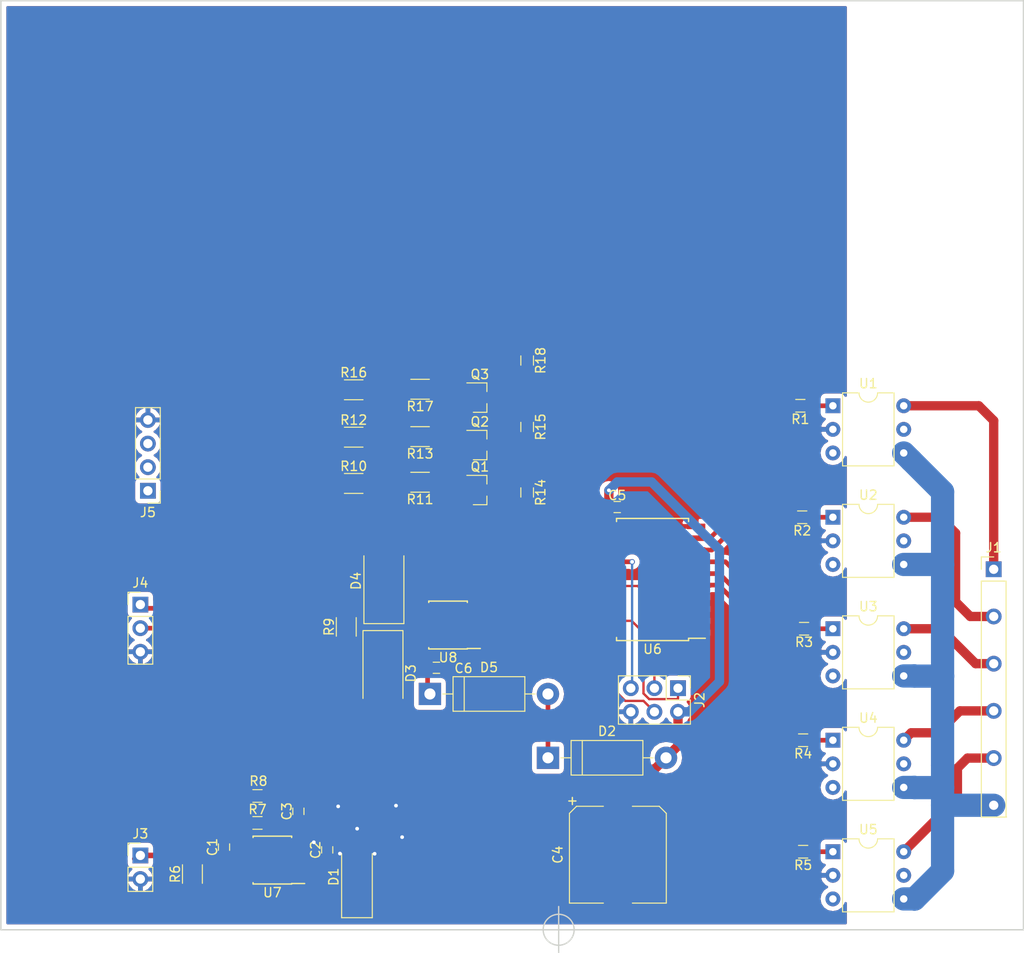
<source format=kicad_pcb>
(kicad_pcb (version 4) (host pcbnew 4.0.6)
  (layers (0 F.Cu signal) (31 B.Cu signal) (34 B.Paste user hide) (35 F.Paste user hide) (36 B.SilkS user) (37 F.SilkS user) (38 B.Mask user) (39 F.Mask user) (44 Edge.Cuts user))
  (net 0 "")
  (net 1 "Net-(U1-Pad5)")
  (net 2 "Net-(U1-Pad3)")
  (net 3 "Net-(U2-Pad5)")
  (net 4 "Net-(U2-Pad3)")
  (net 5 "Net-(U3-Pad5)")
  (net 6 "Net-(U3-Pad3)")
  (net 7 "Net-(U4-Pad5)")
  (net 8 "Net-(U4-Pad3)")
  (net 9 "Net-(U5-Pad5)")
  (net 10 "Net-(U5-Pad3)")
  (net 11 "Net-(R1-Pad1)")
  (net 12 "Net-(R2-Pad1)")
  (net 13 "Net-(R3-Pad1)")
  (net 14 "Net-(R4-Pad1)")
  (net 15 "Net-(R5-Pad1)")
  (net 16 GND)
  (net 17 +5V)
  (net 18 "Net-(U6-Pad3)")
  (net 19 "Net-(U6-Pad4)")
  (net 20 "Net-(U6-Pad12)")
  (net 21 "Net-(U6-Pad13)")
  (net 22 "/TRIAC outputs/AC_OUT1")
  (net 23 "/TRIAC outputs/AC_OUT2")
  (net 24 "/TRIAC outputs/AC_OUT3")
  (net 25 "/TRIAC outputs/AC_OUT4")
  (net 26 "/TRIAC outputs/AC_OUT5")
  (net 27 "/TRIAC outputs/NEUTRAL")
  (net 28 /Processor/RESET)
  (net 29 "/TRIAC outputs/IN1")
  (net 30 "/TRIAC outputs/IN2")
  (net 31 "/TRIAC outputs/IN3")
  (net 32 "/TRIAC outputs/IN4")
  (net 33 "/TRIAC outputs/IN5")
  (net 34 /Power/Vin)
  (net 35 "Net-(C2-Pad1)")
  (net 36 "Net-(D1-Pad1)")
  (net 37 "Net-(R6-Pad1)")
  (net 38 "Net-(R7-Pad1)")
  (net 39 "Net-(D2-Pad1)")
  (net 40 /RS485/RS485_B)
  (net 41 /RS485/RS485_A)
  (net 42 /RS485/DE)
  (net 43 /RS485/DO)
  (net 44 /Processor/UART0_TX)
  (net 45 /Processor/UART0_RX)
  (net 46 /RS485/DI)
  (net 47 "Net-(C6-Pad1)")
  (net 48 /Processor/IN_2)
  (net 49 "Net-(Q1-Pad1)")
  (net 50 /Processor/IN_1)
  (net 51 "Net-(Q2-Pad1)")
  (net 52 "Net-(Q3-Pad1)")
  (net 53 /Processor/IN_3)
  (net 54 /Input/IN_1)
  (net 55 /Input/IN_2)
  (net 56 /Input/IN_3)
  (module GateLight:SCD1005 (layer F.Cu) (at 100.4 131.27 180)
    (fp_text reference L1 hide)
    (fp_text value 100uH hide)
    (fp_poly (pts (xy 5.866756 1.243527) (xy 5.05201 2.849783) (xy 3.985651 3.994894) (xy 2.628104 4.708617) (xy 0.939792 5.020706) (xy 0.834791 5.026904) (xy -0.269545 5.043907) (xy -1.086942 4.924151) (xy -1.857127 4.623423) (xy -2.138948 4.47845) (xy -3.195648 3.707483) (xy -4.139505 2.656209) (xy -4.805177 1.521678) (xy -4.943304 1.136315) (xy -5.116035 0.534736) (xy 6.136238 0.534736) (xy 5.866756 1.243527)) (layer F.Cu) (width 0.01))
    (fp_poly (pts (xy 2.334136 -5.79911) (xy 3.672998 -5.143135) (xy 4.819059 -4.120014) (xy 5.686355 -2.726515) (xy 5.737825 -2.606843) (xy 6.156649 -1.604211) (xy -5.116035 -1.604211) (xy -4.933848 -2.20579) (xy -4.243435 -3.684853) (xy -3.230035 -4.816153) (xy -1.979614 -5.596459) (xy -0.578135 -6.022541) (xy 0.888436 -6.091168) (xy 2.334136 -5.79911)) (layer F.Cu) (width 0.01))
    (pad 1 smd circle (at 0 -3.81 180) (size 1.524 1.524) (layers F.Cu F.Paste F.Mask) (net 36 "Net-(D1-Pad1)"))
    (pad 2 smd circle (at 0 2.54 180) (size 1.524 1.524) (layers F.Cu F.Paste F.Mask) (net 17 +5V))
  )
  (module Capacitors_SMD:CP_Elec_10x10 (layer F.Cu) (at 116.37 131.92 270)
    (fp_text reference C4 (at 0 6.46 270) (layer F.SilkS))
    (fp_text value 1000uF)
    (fp_text user + (at -5.78 4.97 270) (layer F.SilkS))
    (pad 1 smd rect (at -4 0 90) (size 4 2.5) (layers F.Cu F.Paste F.Mask) (net 17 +5V))
    (pad 2 smd rect (at 4 0 90) (size 4 2.5) (layers F.Cu F.Paste F.Mask) (net 16 GND))
  )
  (module Diodes_SMD:D_SMA_Handsoldering (layer F.Cu) (at 88.3 134.3 90)
    (fp_text reference D1 (at 0 -2.5 90) (layer F.SilkS))
    (fp_text value SS16T3G)
    (pad 1 smd rect (at -2.5 0 90) (size 3.5 1.8) (layers F.Cu F.Paste F.Mask) (net 36 "Net-(D1-Pad1)"))
    (pad 2 smd rect (at 2.5 0 90) (size 3.5 1.8) (layers F.Cu F.Paste F.Mask) (net 16 GND))
  )
  (module Housings_SOIC:SOIC-20W_7.5x12.8mm_Pitch1.27mm (layer F.Cu) (at 120.1 102.3 180)
    (fp_text reference U6 (at 0 -7.5 180) (layer F.SilkS))
    (fp_text value ATTINY1634-SU)
    (pad 1 smd rect (at -4.7 -5.715 180) (size 1.95 0.6) (layers F.Cu F.Paste F.Mask) (net 44 /Processor/UART0_TX))
    (pad 2 smd rect (at -4.7 -4.445 180) (size 1.95 0.6) (layers F.Cu F.Paste F.Mask) (net 45 /Processor/UART0_RX))
    (pad 3 smd rect (at -4.7 -3.175 180) (size 1.95 0.6) (layers F.Cu F.Paste F.Mask) (net 18 "Net-(U6-Pad3)"))
    (pad 4 smd rect (at -4.7 -1.905 180) (size 1.95 0.6) (layers F.Cu F.Paste F.Mask) (net 19 "Net-(U6-Pad4)"))
    (pad 5 smd rect (at -4.7 -0.635 180) (size 1.95 0.6) (layers F.Cu F.Paste F.Mask) (net 33 "/TRIAC outputs/IN5"))
    (pad 6 smd rect (at -4.7 0.635 180) (size 1.95 0.6) (layers F.Cu F.Paste F.Mask) (net 32 "/TRIAC outputs/IN4"))
    (pad 7 smd rect (at -4.7 1.905 180) (size 1.95 0.6) (layers F.Cu F.Paste F.Mask) (net 31 "/TRIAC outputs/IN3"))
    (pad 8 smd rect (at -4.7 3.175 180) (size 1.95 0.6) (layers F.Cu F.Paste F.Mask) (net 30 "/TRIAC outputs/IN2"))
    (pad 9 smd rect (at -4.7 4.445 180) (size 1.95 0.6) (layers F.Cu F.Paste F.Mask) (net 29 "/TRIAC outputs/IN1"))
    (pad 10 smd rect (at -4.7 5.715 180) (size 1.95 0.6) (layers F.Cu F.Paste F.Mask) (net 16 GND))
    (pad 11 smd rect (at 4.7 5.715 180) (size 1.95 0.6) (layers F.Cu F.Paste F.Mask) (net 17 +5V))
    (pad 12 smd rect (at 4.7 4.445 180) (size 1.95 0.6) (layers F.Cu F.Paste F.Mask) (net 20 "Net-(U6-Pad12)"))
    (pad 13 smd rect (at 4.7 3.175 180) (size 1.95 0.6) (layers F.Cu F.Paste F.Mask) (net 21 "Net-(U6-Pad13)"))
    (pad 14 smd rect (at 4.7 1.905 180) (size 1.95 0.6) (layers F.Cu F.Paste F.Mask) (net 28 /Processor/RESET))
    (pad 15 smd rect (at 4.7 0.635 180) (size 1.95 0.6) (layers F.Cu F.Paste F.Mask) (net 53 /Processor/IN_3))
    (pad 16 smd rect (at 4.7 -0.635 180) (size 1.95 0.6) (layers F.Cu F.Paste F.Mask) (net 48 /Processor/IN_2))
    (pad 17 smd rect (at 4.7 -1.905 180) (size 1.95 0.6) (layers F.Cu F.Paste F.Mask) (net 50 /Processor/IN_1))
    (pad 18 smd rect (at 4.7 -3.175 180) (size 1.95 0.6) (layers F.Cu F.Paste F.Mask) (net 42 /RS485/DE))
    (pad 19 smd rect (at 4.7 -4.445 180) (size 1.95 0.6) (layers F.Cu F.Paste F.Mask) (net 46 /RS485/DI))
    (pad 20 smd rect (at 4.7 -5.715 180) (size 1.95 0.6) (layers F.Cu F.Paste F.Mask) (net 43 /RS485/DO))
  )
  (module Pin_Headers:Pin_Header_Straight_2x03_Pitch2.54mm (layer F.Cu) (at 122.84 114 270)
    (fp_text reference J2 (at 1.27 -2.33 270) (layer F.SilkS))
    (fp_text value CONN_02X03)
    (pad 1 thru_hole rect (at 0 0 270) (size 1.7 1.7) (drill 1) (layers *.Cu *.Mask) (net 46 /RS485/DI))
    (pad 2 thru_hole oval (at 2.54 0 270) (size 1.7 1.7) (drill 1) (layers *.Cu *.Mask) (net 17 +5V))
    (pad 3 thru_hole oval (at 0 2.54 270) (size 1.7 1.7) (drill 1) (layers *.Cu *.Mask) (net 48 /Processor/IN_2))
    (pad 4 thru_hole oval (at 2.54 2.54 270) (size 1.7 1.7) (drill 1) (layers *.Cu *.Mask) (net 43 /RS485/DO))
    (pad 5 thru_hole oval (at 0 5.08 270) (size 1.7 1.7) (drill 1) (layers *.Cu *.Mask) (net 28 /Processor/RESET))
    (pad 6 thru_hole oval (at 2.54 5.08 270) (size 1.7 1.7) (drill 1) (layers *.Cu *.Mask) (net 16 GND))
  )
  (module GateLight:Pin_Header_Straight_1x6_Pitch5.08mm (layer F.Cu) (at 156.8 101.2)
    (fp_text reference J1 (at 0 -2.33) (layer F.SilkS))
    (fp_text value CONN_01X06)
    (pad 1 thru_hole rect (at 0 0) (size 1.7 1.7) (drill 1) (layers *.Cu *.Mask) (net 22 "/TRIAC outputs/AC_OUT1"))
    (pad 2 thru_hole oval (at 0 5.08) (size 1.7 1.7) (drill 1) (layers *.Cu *.Mask) (net 23 "/TRIAC outputs/AC_OUT2"))
    (pad 3 thru_hole oval (at 0 10.16) (size 1.7 1.7) (drill 1) (layers *.Cu *.Mask) (net 24 "/TRIAC outputs/AC_OUT3"))
    (pad 4 thru_hole oval (at 0 15.24) (size 1.7 1.7) (drill 1) (layers *.Cu *.Mask) (net 25 "/TRIAC outputs/AC_OUT4"))
    (pad 5 thru_hole oval (at 0 20.32) (size 1.7 1.7) (drill 1) (layers *.Cu *.Mask) (net 26 "/TRIAC outputs/AC_OUT5"))
    (pad 6 thru_hole oval (at 0 25.4) (size 1.7 1.7) (drill 1) (layers *.Cu *.Mask) (net 27 "/TRIAC outputs/NEUTRAL"))
  )
  (module Housings_DIP:DIP-6_W7.62mm (layer F.Cu) (at 139.5 83.6)
    (fp_text reference U1 (at 3.81 -2.39) (layer F.SilkS))
    (fp_text value "OPTO-TRIAC MOC302x")
    (pad 1 thru_hole rect (at 0 0) (size 1.6 1.6) (drill 0.8) (layers *.Cu *.Mask) (net 11 "Net-(R1-Pad1)"))
    (pad 4 thru_hole oval (at 7.62 5.08) (size 1.6 1.6) (drill 0.8) (layers *.Cu *.Mask) (net 27 "/TRIAC outputs/NEUTRAL"))
    (pad 2 thru_hole oval (at 0 2.54) (size 1.6 1.6) (drill 0.8) (layers *.Cu *.Mask) (net 16 GND))
    (pad 5 thru_hole oval (at 7.62 2.54) (size 1.6 1.6) (drill 0.8) (layers *.Cu *.Mask) (net 1 "Net-(U1-Pad5)"))
    (pad 3 thru_hole oval (at 0 5.08) (size 1.6 1.6) (drill 0.8) (layers *.Cu *.Mask) (net 2 "Net-(U1-Pad3)"))
    (pad 6 thru_hole oval (at 7.62 0) (size 1.6 1.6) (drill 0.8) (layers *.Cu *.Mask) (net 22 "/TRIAC outputs/AC_OUT1"))
  )
  (module Housings_DIP:DIP-6_W7.62mm (layer F.Cu) (at 139.5 95.6)
    (fp_text reference U2 (at 3.81 -2.39) (layer F.SilkS))
    (fp_text value "OPTO-TRIAC MOC302x")
    (pad 1 thru_hole rect (at 0 0) (size 1.6 1.6) (drill 0.8) (layers *.Cu *.Mask) (net 12 "Net-(R2-Pad1)"))
    (pad 4 thru_hole oval (at 7.62 5.08) (size 1.6 1.6) (drill 0.8) (layers *.Cu *.Mask) (net 27 "/TRIAC outputs/NEUTRAL"))
    (pad 2 thru_hole oval (at 0 2.54) (size 1.6 1.6) (drill 0.8) (layers *.Cu *.Mask) (net 16 GND))
    (pad 5 thru_hole oval (at 7.62 2.54) (size 1.6 1.6) (drill 0.8) (layers *.Cu *.Mask) (net 3 "Net-(U2-Pad5)"))
    (pad 3 thru_hole oval (at 0 5.08) (size 1.6 1.6) (drill 0.8) (layers *.Cu *.Mask) (net 4 "Net-(U2-Pad3)"))
    (pad 6 thru_hole oval (at 7.62 0) (size 1.6 1.6) (drill 0.8) (layers *.Cu *.Mask) (net 23 "/TRIAC outputs/AC_OUT2"))
  )
  (module Housings_DIP:DIP-6_W7.62mm (layer F.Cu) (at 139.5 107.6)
    (fp_text reference U3 (at 3.81 -2.39) (layer F.SilkS))
    (fp_text value "OPTO-TRIAC MOC302x")
    (pad 1 thru_hole rect (at 0 0) (size 1.6 1.6) (drill 0.8) (layers *.Cu *.Mask) (net 13 "Net-(R3-Pad1)"))
    (pad 4 thru_hole oval (at 7.62 5.08) (size 1.6 1.6) (drill 0.8) (layers *.Cu *.Mask) (net 27 "/TRIAC outputs/NEUTRAL"))
    (pad 2 thru_hole oval (at 0 2.54) (size 1.6 1.6) (drill 0.8) (layers *.Cu *.Mask) (net 16 GND))
    (pad 5 thru_hole oval (at 7.62 2.54) (size 1.6 1.6) (drill 0.8) (layers *.Cu *.Mask) (net 5 "Net-(U3-Pad5)"))
    (pad 3 thru_hole oval (at 0 5.08) (size 1.6 1.6) (drill 0.8) (layers *.Cu *.Mask) (net 6 "Net-(U3-Pad3)"))
    (pad 6 thru_hole oval (at 7.62 0) (size 1.6 1.6) (drill 0.8) (layers *.Cu *.Mask) (net 24 "/TRIAC outputs/AC_OUT3"))
  )
  (module Housings_DIP:DIP-6_W7.62mm (layer F.Cu) (at 139.5 119.6)
    (fp_text reference U4 (at 3.81 -2.39) (layer F.SilkS))
    (fp_text value "OPTO-TRIAC MOC302x")
    (pad 1 thru_hole rect (at 0 0) (size 1.6 1.6) (drill 0.8) (layers *.Cu *.Mask) (net 14 "Net-(R4-Pad1)"))
    (pad 4 thru_hole oval (at 7.62 5.08) (size 1.6 1.6) (drill 0.8) (layers *.Cu *.Mask) (net 27 "/TRIAC outputs/NEUTRAL"))
    (pad 2 thru_hole oval (at 0 2.54) (size 1.6 1.6) (drill 0.8) (layers *.Cu *.Mask) (net 16 GND))
    (pad 5 thru_hole oval (at 7.62 2.54) (size 1.6 1.6) (drill 0.8) (layers *.Cu *.Mask) (net 7 "Net-(U4-Pad5)"))
    (pad 3 thru_hole oval (at 0 5.08) (size 1.6 1.6) (drill 0.8) (layers *.Cu *.Mask) (net 8 "Net-(U4-Pad3)"))
    (pad 6 thru_hole oval (at 7.62 0) (size 1.6 1.6) (drill 0.8) (layers *.Cu *.Mask) (net 25 "/TRIAC outputs/AC_OUT4"))
  )
  (module Housings_DIP:DIP-6_W7.62mm (layer F.Cu) (at 139.5 131.6)
    (fp_text reference U5 (at 3.81 -2.39) (layer F.SilkS))
    (fp_text value "OPTO-TRIAC MOC302x")
    (pad 1 thru_hole rect (at 0 0) (size 1.6 1.6) (drill 0.8) (layers *.Cu *.Mask) (net 15 "Net-(R5-Pad1)"))
    (pad 4 thru_hole oval (at 7.62 5.08) (size 1.6 1.6) (drill 0.8) (layers *.Cu *.Mask) (net 27 "/TRIAC outputs/NEUTRAL"))
    (pad 2 thru_hole oval (at 0 2.54) (size 1.6 1.6) (drill 0.8) (layers *.Cu *.Mask) (net 16 GND))
    (pad 5 thru_hole oval (at 7.62 2.54) (size 1.6 1.6) (drill 0.8) (layers *.Cu *.Mask) (net 9 "Net-(U5-Pad5)"))
    (pad 3 thru_hole oval (at 0 5.08) (size 1.6 1.6) (drill 0.8) (layers *.Cu *.Mask) (net 10 "Net-(U5-Pad3)"))
    (pad 6 thru_hole oval (at 7.62 0) (size 1.6 1.6) (drill 0.8) (layers *.Cu *.Mask) (net 26 "/TRIAC outputs/AC_OUT5"))
  )
  (module Resistors_SMD:R_0603_HandSoldering (layer F.Cu) (at 136 83.6 180)
    (fp_text reference R1 (at 0 -1.45 180) (layer F.SilkS))
    (fp_text value 330R)
    (pad 1 smd rect (at -1.1 0 180) (size 1.2 0.9) (layers F.Cu F.Paste F.Mask) (net 11 "Net-(R1-Pad1)"))
    (pad 2 smd rect (at 1.1 0 180) (size 1.2 0.9) (layers F.Cu F.Paste F.Mask) (net 29 "/TRIAC outputs/IN1"))
  )
  (module Resistors_SMD:R_0603_HandSoldering (layer F.Cu) (at 136.2 95.6 180)
    (fp_text reference R2 (at 0 -1.45 180) (layer F.SilkS))
    (fp_text value 330R)
    (pad 1 smd rect (at -1.1 0 180) (size 1.2 0.9) (layers F.Cu F.Paste F.Mask) (net 12 "Net-(R2-Pad1)"))
    (pad 2 smd rect (at 1.1 0 180) (size 1.2 0.9) (layers F.Cu F.Paste F.Mask) (net 30 "/TRIAC outputs/IN2"))
  )
  (module Resistors_SMD:R_0603_HandSoldering (layer F.Cu) (at 136.4 107.6 180)
    (fp_text reference R3 (at 0 -1.45 180) (layer F.SilkS))
    (fp_text value 330R)
    (pad 1 smd rect (at -1.1 0 180) (size 1.2 0.9) (layers F.Cu F.Paste F.Mask) (net 13 "Net-(R3-Pad1)"))
    (pad 2 smd rect (at 1.1 0 180) (size 1.2 0.9) (layers F.Cu F.Paste F.Mask) (net 31 "/TRIAC outputs/IN3"))
  )
  (module Resistors_SMD:R_0603_HandSoldering (layer F.Cu) (at 136.3 119.6 180)
    (fp_text reference R4 (at 0 -1.45 180) (layer F.SilkS))
    (fp_text value 330R)
    (pad 1 smd rect (at -1.1 0 180) (size 1.2 0.9) (layers F.Cu F.Paste F.Mask) (net 14 "Net-(R4-Pad1)"))
    (pad 2 smd rect (at 1.1 0 180) (size 1.2 0.9) (layers F.Cu F.Paste F.Mask) (net 32 "/TRIAC outputs/IN4"))
  )
  (module Resistors_SMD:R_0603_HandSoldering (layer F.Cu) (at 136.3 131.6 180)
    (fp_text reference R5 (at 0 -1.45 180) (layer F.SilkS))
    (fp_text value 330R)
    (pad 1 smd rect (at -1.1 0 180) (size 1.2 0.9) (layers F.Cu F.Paste F.Mask) (net 15 "Net-(R5-Pad1)"))
    (pad 2 smd rect (at 1.1 0 180) (size 1.2 0.9) (layers F.Cu F.Paste F.Mask) (net 33 "/TRIAC outputs/IN5"))
  )
  (module Capacitors_SMD:C_0603_HandSoldering (layer F.Cu) (at 74 131.1 90)
    (fp_text reference C1 (at 0 -1.25 90) (layer F.SilkS))
    (fp_text value 100nF)
    (pad 1 smd rect (at -0.95 0 90) (size 1.2 0.75) (layers F.Cu F.Paste F.Mask) (net 34 /Power/Vin))
    (pad 2 smd rect (at 0.95 0 90) (size 1.2 0.75) (layers F.Cu F.Paste F.Mask) (net 16 GND))
  )
  (module Capacitors_SMD:C_0603_HandSoldering (layer F.Cu) (at 85.1 131.4 90)
    (fp_text reference C2 (at 0 -1.25 90) (layer F.SilkS))
    (fp_text value 1nF)
    (pad 1 smd rect (at -0.95 0 90) (size 1.2 0.75) (layers F.Cu F.Paste F.Mask) (net 35 "Net-(C2-Pad1)"))
    (pad 2 smd rect (at 0.95 0 90) (size 1.2 0.75) (layers F.Cu F.Paste F.Mask) (net 16 GND))
  )
  (module Capacitors_SMD:C_0603_HandSoldering (layer F.Cu) (at 82 127.25 90)
    (fp_text reference C3 (at 0 -1.25 90) (layer F.SilkS))
    (fp_text value 100nF)
    (pad 1 smd rect (at -0.95 0 90) (size 1.2 0.75) (layers F.Cu F.Paste F.Mask) (net 17 +5V))
    (pad 2 smd rect (at 0.95 0 90) (size 1.2 0.75) (layers F.Cu F.Paste F.Mask) (net 16 GND))
  )
  (module Pin_Headers:Pin_Header_Straight_1x02_Pitch2.54mm (layer F.Cu) (at 65 132)
    (fp_text reference J3 (at 0 -2.33) (layer F.SilkS))
    (fp_text value CONN_01X02)
    (pad 1 thru_hole rect (at 0 0) (size 1.7 1.7) (drill 1) (layers *.Cu *.Mask) (net 34 /Power/Vin))
    (pad 2 thru_hole oval (at 0 2.54) (size 1.7 1.7) (drill 1) (layers *.Cu *.Mask) (net 16 GND))
  )
  (module Resistors_SMD:R_1206_HandSoldering (layer F.Cu) (at 70.6 134 90)
    (fp_text reference R6 (at 0 -1.85 90) (layer F.SilkS))
    (fp_text value 0.33R)
    (pad 1 smd rect (at -2 0 90) (size 2 1.7) (layers F.Cu F.Paste F.Mask) (net 37 "Net-(R6-Pad1)"))
    (pad 2 smd rect (at 2 0 90) (size 2 1.7) (layers F.Cu F.Paste F.Mask) (net 34 /Power/Vin))
  )
  (module Resistors_SMD:R_0603_HandSoldering (layer F.Cu) (at 77.6 128.5)
    (fp_text reference R7 (at 0 -1.45) (layer F.SilkS))
    (fp_text value 10K)
    (pad 1 smd rect (at -1.1 0) (size 1.2 0.9) (layers F.Cu F.Paste F.Mask) (net 38 "Net-(R7-Pad1)"))
    (pad 2 smd rect (at 1.1 0) (size 1.2 0.9) (layers F.Cu F.Paste F.Mask) (net 17 +5V))
  )
  (module Resistors_SMD:R_0603_HandSoldering (layer F.Cu) (at 77.6 125.6 180)
    (fp_text reference R8 (at -0.1 1.6 180) (layer F.SilkS))
    (fp_text value 3K)
    (pad 1 smd rect (at -1.1 0 180) (size 1.2 0.9) (layers F.Cu F.Paste F.Mask) (net 16 GND))
    (pad 2 smd rect (at 1.1 0 180) (size 1.2 0.9) (layers F.Cu F.Paste F.Mask) (net 38 "Net-(R7-Pad1)"))
  )
  (module Housings_SOIC:SOIC-8_3.9x4.9mm_Pitch1.27mm (layer F.Cu) (at 79.2 132.5 180)
    (fp_text reference U7 (at 0 -3.5 180) (layer F.SilkS))
    (fp_text value MC33063A)
    (pad 1 smd rect (at -2.7 -1.905 180) (size 1.55 0.6) (layers F.Cu F.Paste F.Mask) (net 37 "Net-(R6-Pad1)"))
    (pad 2 smd rect (at -2.7 -0.635 180) (size 1.55 0.6) (layers F.Cu F.Paste F.Mask) (net 36 "Net-(D1-Pad1)"))
    (pad 3 smd rect (at -2.7 0.635 180) (size 1.55 0.6) (layers F.Cu F.Paste F.Mask) (net 35 "Net-(C2-Pad1)"))
    (pad 4 smd rect (at -2.7 1.905 180) (size 1.55 0.6) (layers F.Cu F.Paste F.Mask) (net 16 GND))
    (pad 5 smd rect (at 2.7 1.905 180) (size 1.55 0.6) (layers F.Cu F.Paste F.Mask) (net 38 "Net-(R7-Pad1)"))
    (pad 6 smd rect (at 2.7 0.635 180) (size 1.55 0.6) (layers F.Cu F.Paste F.Mask) (net 34 /Power/Vin))
    (pad 7 smd rect (at 2.7 -0.635 180) (size 1.55 0.6) (layers F.Cu F.Paste F.Mask) (net 37 "Net-(R6-Pad1)"))
    (pad 8 smd rect (at 2.7 -1.905 180) (size 1.55 0.6) (layers F.Cu F.Paste F.Mask) (net 37 "Net-(R6-Pad1)"))
  )
  (module Capacitors_SMD:C_0603_HandSoldering (layer F.Cu) (at 116.3 94.5)
    (fp_text reference C5 (at 0 -1.25) (layer F.SilkS))
    (fp_text value 100nF)
    (pad 1 smd rect (at -0.95 0) (size 1.2 0.75) (layers F.Cu F.Paste F.Mask) (net 17 +5V))
    (pad 2 smd rect (at 0.95 0) (size 1.2 0.75) (layers F.Cu F.Paste F.Mask) (net 16 GND))
  )
  (module Diodes_THT:D_DO-15_P12.70mm_Horizontal (layer F.Cu) (at 108.85 121.49)
    (fp_text reference D2 (at 6.35 -2.86) (layer F.SilkS))
    (fp_text value 2N4001)
    (pad 1 thru_hole rect (at 0 0) (size 2.4 2.4) (drill 1.2) (layers *.Cu *.Mask) (net 39 "Net-(D2-Pad1)"))
    (pad 2 thru_hole oval (at 12.7 0) (size 2.4 2.4) (drill 1.2) (layers *.Cu *.Mask) (net 17 +5V))
  )
  (module Diodes_SMD:D_SMB_Handsoldering (layer F.Cu) (at 91.1 112.4 270)
    (fp_text reference D3 (at 0 -3 270) (layer F.SilkS))
    (fp_text value SMBJ5.0)
    (pad 1 smd rect (at -2.7 0 270) (size 3.5 2.3) (layers F.Cu F.Paste F.Mask) (net 40 /RS485/RS485_B))
    (pad 2 smd rect (at 2.7 0 270) (size 3.5 2.3) (layers F.Cu F.Paste F.Mask) (net 16 GND))
  )
  (module Diodes_SMD:D_SMB_Handsoldering (layer F.Cu) (at 91.2 102.45 90)
    (fp_text reference D4 (at 0 -3 90) (layer F.SilkS))
    (fp_text value SMBJ5.0)
    (pad 1 smd rect (at -2.7 0 90) (size 3.5 2.3) (layers F.Cu F.Paste F.Mask) (net 41 /RS485/RS485_A))
    (pad 2 smd rect (at 2.7 0 90) (size 3.5 2.3) (layers F.Cu F.Paste F.Mask) (net 16 GND))
  )
  (module Diodes_THT:D_DO-15_P12.70mm_Horizontal (layer F.Cu) (at 96.15 114.62)
    (fp_text reference D5 (at 6.35 -2.86) (layer F.SilkS))
    (fp_text value 2N4001)
    (pad 1 thru_hole rect (at 0 0) (size 2.4 2.4) (drill 1.2) (layers *.Cu *.Mask) (net 47 "Net-(C6-Pad1)"))
    (pad 2 thru_hole oval (at 12.7 0) (size 2.4 2.4) (drill 1.2) (layers *.Cu *.Mask) (net 39 "Net-(D2-Pad1)"))
  )
  (module Housings_SOIC:SOIC-8_3.9x4.9mm_Pitch1.27mm (layer F.Cu) (at 98.1 107.2 180)
    (fp_text reference U8 (at 0 -3.5 180) (layer F.SilkS))
    (fp_text value SP3485CN)
    (pad 1 smd rect (at -2.7 -1.905 180) (size 1.55 0.6) (layers F.Cu F.Paste F.Mask) (net 43 /RS485/DO))
    (pad 2 smd rect (at -2.7 -0.635 180) (size 1.55 0.6) (layers F.Cu F.Paste F.Mask) (net 42 /RS485/DE))
    (pad 3 smd rect (at -2.7 0.635 180) (size 1.55 0.6) (layers F.Cu F.Paste F.Mask) (net 42 /RS485/DE))
    (pad 4 smd rect (at -2.7 1.905 180) (size 1.55 0.6) (layers F.Cu F.Paste F.Mask) (net 46 /RS485/DI))
    (pad 5 smd rect (at 2.7 1.905 180) (size 1.55 0.6) (layers F.Cu F.Paste F.Mask) (net 16 GND))
    (pad 6 smd rect (at 2.7 0.635 180) (size 1.55 0.6) (layers F.Cu F.Paste F.Mask) (net 41 /RS485/RS485_A))
    (pad 7 smd rect (at 2.7 -0.635 180) (size 1.55 0.6) (layers F.Cu F.Paste F.Mask) (net 40 /RS485/RS485_B))
    (pad 8 smd rect (at 2.7 -1.905 180) (size 1.55 0.6) (layers F.Cu F.Paste F.Mask) (net 47 "Net-(C6-Pad1)"))
  )
  (module Pin_Headers:Pin_Header_Straight_1x03_Pitch2.54mm (layer F.Cu) (at 65 105)
    (fp_text reference J4 (at 0 -2.33) (layer F.SilkS))
    (fp_text value CONN_01X03)
    (pad 1 thru_hole rect (at 0 0) (size 1.7 1.7) (drill 1) (layers *.Cu *.Mask) (net 41 /RS485/RS485_A))
    (pad 2 thru_hole oval (at 0 2.54) (size 1.7 1.7) (drill 1) (layers *.Cu *.Mask) (net 40 /RS485/RS485_B))
    (pad 3 thru_hole oval (at 0 5.08) (size 1.7 1.7) (drill 1) (layers *.Cu *.Mask) (net 16 GND))
  )
  (module Capacitors_SMD:C_0603_HandSoldering (layer F.Cu) (at 96.85 111.8)
    (fp_text reference C6 (at 2.91 0.06) (layer F.SilkS))
    (fp_text value 100nF)
    (pad 1 smd rect (at -0.95 0) (size 1.2 0.75) (layers F.Cu F.Paste F.Mask) (net 47 "Net-(C6-Pad1)"))
    (pad 2 smd rect (at 0.95 0) (size 1.2 0.75) (layers F.Cu F.Paste F.Mask) (net 16 GND))
  )
  (module TO_SOT_Packages_SMD:SOT-23 (layer F.Cu) (at 101.52 92.67)
    (fp_text reference Q1 (at 0 -2.5) (layer F.SilkS))
    (fp_text value 2N7002)
    (pad 1 smd rect (at -1 -0.95) (size 0.9 0.8) (layers F.Cu F.Paste F.Mask) (net 49 "Net-(Q1-Pad1)"))
    (pad 2 smd rect (at -1 0.95) (size 0.9 0.8) (layers F.Cu F.Paste F.Mask) (net 16 GND))
    (pad 3 smd rect (at 1 0) (size 0.9 0.8) (layers F.Cu F.Paste F.Mask) (net 50 /Processor/IN_1))
  )
  (module TO_SOT_Packages_SMD:SOT-23 (layer F.Cu) (at 101.52 87.83)
    (fp_text reference Q2 (at 0 -2.5) (layer F.SilkS))
    (fp_text value 2N7002)
    (pad 1 smd rect (at -1 -0.95) (size 0.9 0.8) (layers F.Cu F.Paste F.Mask) (net 51 "Net-(Q2-Pad1)"))
    (pad 2 smd rect (at -1 0.95) (size 0.9 0.8) (layers F.Cu F.Paste F.Mask) (net 16 GND))
    (pad 3 smd rect (at 1 0) (size 0.9 0.8) (layers F.Cu F.Paste F.Mask) (net 48 /Processor/IN_2))
  )
  (module TO_SOT_Packages_SMD:SOT-23 (layer F.Cu) (at 101.52 82.72)
    (fp_text reference Q3 (at 0 -2.5) (layer F.SilkS))
    (fp_text value 2N7002)
    (pad 1 smd rect (at -1 -0.95) (size 0.9 0.8) (layers F.Cu F.Paste F.Mask) (net 52 "Net-(Q3-Pad1)"))
    (pad 2 smd rect (at -1 0.95) (size 0.9 0.8) (layers F.Cu F.Paste F.Mask) (net 16 GND))
    (pad 3 smd rect (at 1 0) (size 0.9 0.8) (layers F.Cu F.Paste F.Mask) (net 53 /Processor/IN_3))
  )
  (module Pin_Headers:Pin_Header_Straight_1x04_Pitch2.54mm (layer F.Cu) (at 65.81 92.75 180)
    (fp_text reference J5 (at 0 -2.33 180) (layer F.SilkS))
    (fp_text value CONN_01X04)
    (pad 1 thru_hole rect (at 0 0 180) (size 1.7 1.7) (drill 1) (layers *.Cu *.Mask) (net 54 /Input/IN_1))
    (pad 2 thru_hole oval (at 0 2.54 180) (size 1.7 1.7) (drill 1) (layers *.Cu *.Mask) (net 55 /Input/IN_2))
    (pad 3 thru_hole oval (at 0 5.08 180) (size 1.7 1.7) (drill 1) (layers *.Cu *.Mask) (net 56 /Input/IN_3))
    (pad 4 thru_hole oval (at 0 7.62 180) (size 1.7 1.7) (drill 1) (layers *.Cu *.Mask) (net 16 GND))
  )
  (module Resistors_SMD:R_1206_HandSoldering (layer F.Cu) (at 87.15 107.4 90)
    (fp_text reference R9 (at 0 -1.85 90) (layer F.SilkS))
    (fp_text value 240R)
    (pad 1 smd rect (at -2 0 90) (size 2 1.7) (layers F.Cu F.Paste F.Mask) (net 40 /RS485/RS485_B))
    (pad 2 smd rect (at 2 0 90) (size 2 1.7) (layers F.Cu F.Paste F.Mask) (net 41 /RS485/RS485_A))
  )
  (module Resistors_SMD:R_1206_HandSoldering (layer F.Cu) (at 87.95 91.96)
    (fp_text reference R10 (at 0 -1.85) (layer F.SilkS))
    (fp_text value 27K)
    (pad 1 smd rect (at -2 0) (size 2 1.7) (layers F.Cu F.Paste F.Mask) (net 54 /Input/IN_1))
    (pad 2 smd rect (at 2 0) (size 2 1.7) (layers F.Cu F.Paste F.Mask) (net 49 "Net-(Q1-Pad1)"))
  )
  (module Resistors_SMD:R_1206_HandSoldering (layer F.Cu) (at 95.09 91.83 180)
    (fp_text reference R11 (at 0 -1.85 180) (layer F.SilkS))
    (fp_text value 10K)
    (pad 1 smd rect (at -2 0 180) (size 2 1.7) (layers F.Cu F.Paste F.Mask) (net 49 "Net-(Q1-Pad1)"))
    (pad 2 smd rect (at 2 0 180) (size 2 1.7) (layers F.Cu F.Paste F.Mask) (net 16 GND))
  )
  (module Resistors_SMD:R_1206_HandSoldering (layer F.Cu) (at 87.95 86.98)
    (fp_text reference R12 (at 0 -1.85) (layer F.SilkS))
    (fp_text value 27K)
    (pad 1 smd rect (at -2 0) (size 2 1.7) (layers F.Cu F.Paste F.Mask) (net 55 /Input/IN_2))
    (pad 2 smd rect (at 2 0) (size 2 1.7) (layers F.Cu F.Paste F.Mask) (net 51 "Net-(Q2-Pad1)"))
  )
  (module Resistors_SMD:R_1206_HandSoldering (layer F.Cu) (at 95.09 86.92 180)
    (fp_text reference R13 (at 0 -1.85 180) (layer F.SilkS))
    (fp_text value 10K)
    (pad 1 smd rect (at -2 0 180) (size 2 1.7) (layers F.Cu F.Paste F.Mask) (net 51 "Net-(Q2-Pad1)"))
    (pad 2 smd rect (at 2 0 180) (size 2 1.7) (layers F.Cu F.Paste F.Mask) (net 16 GND))
  )
  (module Resistors_SMD:R_0603_HandSoldering (layer F.Cu) (at 106.61 92.93 270)
    (fp_text reference R14 (at 0 -1.45 270) (layer F.SilkS))
    (fp_text value 10K)
    (pad 1 smd rect (at -1.1 0 270) (size 1.2 0.9) (layers F.Cu F.Paste F.Mask) (net 17 +5V))
    (pad 2 smd rect (at 1.1 0 270) (size 1.2 0.9) (layers F.Cu F.Paste F.Mask) (net 50 /Processor/IN_1))
  )
  (module Resistors_SMD:R_0603_HandSoldering (layer F.Cu) (at 106.61 85.88 270)
    (fp_text reference R15 (at 0 -1.45 270) (layer F.SilkS))
    (fp_text value 10K)
    (pad 1 smd rect (at -1.1 0 270) (size 1.2 0.9) (layers F.Cu F.Paste F.Mask) (net 17 +5V))
    (pad 2 smd rect (at 1.1 0 270) (size 1.2 0.9) (layers F.Cu F.Paste F.Mask) (net 48 /Processor/IN_2))
  )
  (module Resistors_SMD:R_1206_HandSoldering (layer F.Cu) (at 87.95 81.88)
    (fp_text reference R16 (at 0 -1.85) (layer F.SilkS))
    (fp_text value 27K)
    (pad 1 smd rect (at -2 0) (size 2 1.7) (layers F.Cu F.Paste F.Mask) (net 56 /Input/IN_3))
    (pad 2 smd rect (at 2 0) (size 2 1.7) (layers F.Cu F.Paste F.Mask) (net 52 "Net-(Q3-Pad1)"))
  )
  (module Resistors_SMD:R_1206_HandSoldering (layer F.Cu) (at 95.09 81.82 180)
    (fp_text reference R17 (at 0 -1.85 180) (layer F.SilkS))
    (fp_text value 10K)
    (pad 1 smd rect (at -2 0 180) (size 2 1.7) (layers F.Cu F.Paste F.Mask) (net 52 "Net-(Q3-Pad1)"))
    (pad 2 smd rect (at 2 0 180) (size 2 1.7) (layers F.Cu F.Paste F.Mask) (net 16 GND))
  )
  (module Resistors_SMD:R_0603_HandSoldering (layer F.Cu) (at 106.61 78.73 270)
    (fp_text reference R18 (at 0 -1.45 270) (layer F.SilkS))
    (fp_text value 10K)
    (pad 1 smd rect (at -1.1 0 270) (size 1.2 0.9) (layers F.Cu F.Paste F.Mask) (net 17 +5V))
    (pad 2 smd rect (at 1.1 0 270) (size 1.2 0.9) (layers F.Cu F.Paste F.Mask) (net 53 /Processor/IN_3))
  )
  (target plus (at 110 140) (size 5) (width 0.15) (layer Edge.Cuts))
  (gr_line (start 50 40) (end 50 140) (layer Edge.Cuts) (width 0.15))
  (gr_line (start 160 40) (end 50 40) (layer Edge.Cuts) (width 0.15))
  (gr_line (start 160 140) (end 160 40) (layer Edge.Cuts) (width 0.15))
  (gr_line (start 50 140) (end 160 140) (layer Edge.Cuts) (width 0.15))
  (segment (start 137.1 83.6) (end 139.5 83.6) (width 0.5) (layer F.Cu) (net 11))
  (segment (start 137.3 95.6) (end 139.5 95.6) (width 0.5) (layer F.Cu) (net 12))
  (segment (start 137.5 107.6) (end 139.5 107.6) (width 0.5) (layer F.Cu) (net 13))
  (segment (start 137.4 119.6) (end 139.5 119.6) (width 0.5) (layer F.Cu) (net 14))
  (segment (start 137.4 131.6) (end 139.5 131.6) (width 0.5) (layer F.Cu) (net 15))
  (segment (start 90.16 129.12) (end 90.16 130.03) (width 0.25) (layer B.Cu) (net 16))
  (segment (start 90.16 130.03) (end 90.16 131.78) (width 0.25) (layer B.Cu) (net 16))
  (segment (start 91.47 130.03) (end 90.16 130.03) (width 0.25) (layer B.Cu) (net 16))
  (segment (start 91.47 130.03) (end 93.16 130.03) (width 0.25) (layer B.Cu) (net 16))
  (via (at 93.16 130.03) (size 0.6) (drill 0.4) (layers F.Cu B.Cu) (net 16))
  (segment (start 86.28 126.72) (end 83.66 129.34) (width 0.25) (layer F.Cu) (net 16))
  (segment (start 83.66 129.34) (end 83.66 130.58) (width 0.25) (layer F.Cu) (net 16))
  (via (at 83.66 130.58) (size 0.6) (drill 0.4) (layers F.Cu B.Cu) (net 16))
  (segment (start 92.055736 126.66) (end 86.34 126.66) (width 0.25) (layer B.Cu) (net 16))
  (segment (start 86.34 126.66) (end 86.28 126.72) (width 0.25) (layer B.Cu) (net 16))
  (via (at 86.28 126.72) (size 0.6) (drill 0.4) (layers F.Cu B.Cu) (net 16))
  (segment (start 92.5 126.64) (end 92.075736 126.64) (width 0.25) (layer B.Cu) (net 16))
  (segment (start 92.075736 126.64) (end 92.055736 126.66) (width 0.25) (layer B.Cu) (net 16))
  (segment (start 88.32 129.12) (end 90.02 129.12) (width 0.25) (layer F.Cu) (net 16))
  (segment (start 90.02 129.12) (end 92.5 126.64) (width 0.25) (layer F.Cu) (net 16))
  (via (at 92.5 126.64) (size 0.6) (drill 0.4) (layers F.Cu B.Cu) (net 16))
  (segment (start 86.47 128.76) (end 86.79 128.76) (width 0.25) (layer F.Cu) (net 16))
  (segment (start 85.1 128.76) (end 86.47 128.76) (width 0.25) (layer F.Cu) (net 16))
  (segment (start 86.47 128.76) (end 86.47 131.8) (width 0.25) (layer F.Cu) (net 16))
  (segment (start 86.79 128.76) (end 87.96 128.76) (width 0.25) (layer F.Cu) (net 16))
  (via (at 86.47 131.8) (size 0.6) (drill 0.4) (layers F.Cu B.Cu) (net 16))
  (segment (start 90.16 131.78) (end 90.2 131.82) (width 0.25) (layer B.Cu) (net 16))
  (via (at 90.2 131.82) (size 0.6) (drill 0.4) (layers F.Cu B.Cu) (net 16))
  (segment (start 88.32 129.12) (end 90.16 129.12) (width 0.25) (layer B.Cu) (net 16))
  (segment (start 87.96 128.76) (end 88.32 129.12) (width 0.25) (layer F.Cu) (net 16))
  (via (at 88.32 129.12) (size 0.6) (drill 0.4) (layers F.Cu B.Cu) (net 16))
  (segment (start 85.1 129.6) (end 85.1 128.76) (width 0.25) (layer F.Cu) (net 16))
  (segment (start 85.1 130.45) (end 85.1 129.6) (width 0.25) (layer F.Cu) (net 16))
  (segment (start 85.1 130.45) (end 85.1 130.225) (width 0.25) (layer F.Cu) (net 16))
  (segment (start 94.7 126.62) (end 96.81 128.73) (width 0.6) (layer F.Cu) (net 17))
  (segment (start 96.81 128.73) (end 100.4 128.73) (width 0.6) (layer F.Cu) (net 17))
  (segment (start 94.7 126.6) (end 94.7 126.62) (width 0.6) (layer F.Cu) (net 17))
  (segment (start 116.37 127.92) (end 116.36 127.92) (width 1) (layer F.Cu) (net 17))
  (segment (start 116.36 127.92) (end 115.04 126.6) (width 1) (layer F.Cu) (net 17))
  (segment (start 112.64 126.6) (end 113.27 126.6) (width 1) (layer F.Cu) (net 17))
  (segment (start 113.27 126.6) (end 116.3 126.6) (width 1) (layer F.Cu) (net 17))
  (segment (start 100.4 128.73) (end 101.47763 128.73) (width 1) (layer F.Cu) (net 17))
  (segment (start 101.47763 128.73) (end 103.60763 126.6) (width 1) (layer F.Cu) (net 17))
  (segment (start 103.60763 126.6) (end 113.27 126.6) (width 1) (layer F.Cu) (net 17))
  (segment (start 96.8 128.73) (end 100.4 128.73) (width 0.5) (layer F.Cu) (net 17))
  (segment (start 94.7 126.6) (end 94.7 126.63) (width 0.5) (layer F.Cu) (net 17))
  (segment (start 121.55 121.49) (end 120.350001 122.689999) (width 1) (layer F.Cu) (net 17))
  (segment (start 120.350001 122.689999) (end 120.210001 122.689999) (width 1) (layer F.Cu) (net 17))
  (segment (start 120.210001 122.689999) (end 116.3 126.6) (width 1) (layer F.Cu) (net 17))
  (segment (start 122.84 116.54) (end 122.84 120.2) (width 1) (layer F.Cu) (net 17))
  (segment (start 122.84 120.2) (end 121.55 121.49) (width 1) (layer F.Cu) (net 17))
  (segment (start 115.35 94.5) (end 115.35 96.535) (width 0.5) (layer F.Cu) (net 17))
  (segment (start 115.35 96.535) (end 115.4 96.585) (width 0.5) (layer F.Cu) (net 17))
  (segment (start 115.4 92.7) (end 115.4 94.45) (width 1) (layer F.Cu) (net 17))
  (segment (start 115.4 94.45) (end 115.35 94.5) (width 1) (layer F.Cu) (net 17))
  (segment (start 120 91.8) (end 116.3 91.8) (width 1) (layer B.Cu) (net 17))
  (segment (start 116.3 91.8) (end 115.4 92.7) (width 1) (layer B.Cu) (net 17))
  (via (at 115.4 92.7) (size 0.6) (drill 0.4) (layers F.Cu B.Cu) (net 17))
  (segment (start 127.3 99.1) (end 120 91.8) (width 1) (layer B.Cu) (net 17))
  (segment (start 127.3 113.282081) (end 127.3 99.1) (width 1) (layer B.Cu) (net 17))
  (segment (start 124.082081 116.5) (end 127.3 113.282081) (width 1) (layer B.Cu) (net 17))
  (segment (start 122.84 116.54) (end 124.042081 116.54) (width 1) (layer B.Cu) (net 17))
  (segment (start 124.042081 116.54) (end 124.082081 116.5) (width 1) (layer B.Cu) (net 17))
  (segment (start 82 128.2) (end 82.975 128.2) (width 0.6) (layer F.Cu) (net 17))
  (segment (start 82.975 128.2) (end 85.775 125.4) (width 0.6) (layer F.Cu) (net 17))
  (segment (start 85.775 125.4) (end 93.5 125.4) (width 0.6) (layer F.Cu) (net 17))
  (segment (start 93.5 125.4) (end 94.7 126.6) (width 0.6) (layer F.Cu) (net 17))
  (segment (start 78.7 128.5) (end 81.7 128.5) (width 0.6) (layer F.Cu) (net 17))
  (segment (start 81.7 128.5) (end 82 128.2) (width 0.6) (layer F.Cu) (net 17))
  (segment (start 155.2 83.6) (end 156.8 85.2) (width 1) (layer F.Cu) (net 22))
  (segment (start 156.8 85.2) (end 156.8 101.2) (width 1) (layer F.Cu) (net 22))
  (segment (start 147.12 83.6) (end 155.2 83.6) (width 1) (layer F.Cu) (net 22))
  (segment (start 147.12 95.6) (end 151 95.6) (width 1) (layer F.Cu) (net 23))
  (segment (start 151 95.6) (end 152.7 97.3) (width 1) (layer F.Cu) (net 23))
  (segment (start 152.7 97.3) (end 152.7 104.7) (width 1) (layer F.Cu) (net 23))
  (segment (start 152.7 104.7) (end 154.28 106.28) (width 1) (layer F.Cu) (net 23))
  (segment (start 154.28 106.28) (end 156.8 106.28) (width 1) (layer F.Cu) (net 23))
  (segment (start 151.1 107.6) (end 154.86 111.36) (width 1) (layer F.Cu) (net 24))
  (segment (start 154.86 111.36) (end 156.8 111.36) (width 1) (layer F.Cu) (net 24))
  (segment (start 147.12 107.6) (end 151.1 107.6) (width 1) (layer F.Cu) (net 24))
  (segment (start 150.799999 118.800001) (end 153.16 116.44) (width 1) (layer F.Cu) (net 25))
  (segment (start 153.16 116.44) (end 156.8 116.44) (width 1) (layer F.Cu) (net 25))
  (segment (start 147.12 119.6) (end 147.919999 118.800001) (width 1) (layer F.Cu) (net 25))
  (segment (start 147.919999 118.800001) (end 150.799999 118.800001) (width 1) (layer F.Cu) (net 25))
  (segment (start 147.12 131.6) (end 152.9 125.82) (width 1) (layer F.Cu) (net 26))
  (segment (start 153.98 121.52) (end 156.8 121.52) (width 1) (layer F.Cu) (net 26))
  (segment (start 152.9 125.82) (end 152.9 122.6) (width 1) (layer F.Cu) (net 26))
  (segment (start 152.9 122.6) (end 153.98 121.52) (width 1) (layer F.Cu) (net 26))
  (segment (start 151.3 133.67137) (end 151.3 126.6) (width 2.5) (layer B.Cu) (net 27))
  (segment (start 151.3 126.6) (end 151.3 124.7) (width 2.5) (layer B.Cu) (net 27))
  (segment (start 156.8 126.6) (end 155.597919 126.6) (width 2.5) (layer B.Cu) (net 27))
  (segment (start 155.597919 126.6) (end 151.3 126.6) (width 2.5) (layer B.Cu) (net 27))
  (segment (start 151.3 124.7) (end 151.3 122.302081) (width 2.5) (layer B.Cu) (net 27))
  (segment (start 147.12 124.68) (end 148.25137 124.68) (width 2.5) (layer B.Cu) (net 27))
  (segment (start 148.25137 124.68) (end 148.27137 124.7) (width 2.5) (layer B.Cu) (net 27))
  (segment (start 148.27137 124.7) (end 151.3 124.7) (width 2.5) (layer B.Cu) (net 27))
  (segment (start 148.27137 136.7) (end 151.3 133.67137) (width 2.5) (layer B.Cu) (net 27))
  (segment (start 147.12 136.68) (end 148.25137 136.68) (width 2.5) (layer B.Cu) (net 27))
  (segment (start 148.25137 136.68) (end 148.27137 136.7) (width 2.5) (layer B.Cu) (net 27))
  (segment (start 151.3 122.302081) (end 151.3 112.7) (width 2.5) (layer B.Cu) (net 27))
  (segment (start 151.3 112.7) (end 151.3 100.7) (width 2.5) (layer B.Cu) (net 27))
  (segment (start 147.12 112.68) (end 148.25137 112.68) (width 2.5) (layer B.Cu) (net 27))
  (segment (start 148.25137 112.68) (end 148.27137 112.7) (width 2.5) (layer B.Cu) (net 27))
  (segment (start 148.27137 112.7) (end 151.3 112.7) (width 2.5) (layer B.Cu) (net 27))
  (segment (start 151.3 100.7) (end 151.3 92.86) (width 2.5) (layer B.Cu) (net 27))
  (segment (start 147.12 100.68) (end 151.28 100.68) (width 2.5) (layer B.Cu) (net 27))
  (segment (start 151.28 100.68) (end 151.3 100.7) (width 2.5) (layer B.Cu) (net 27))
  (segment (start 151.3 92.86) (end 147.919999 89.479999) (width 2.5) (layer B.Cu) (net 27))
  (segment (start 147.919999 89.479999) (end 147.12 88.68) (width 2.5) (layer B.Cu) (net 27))
  (segment (start 117.9 100.4) (end 117.9 113.86) (width 0.25) (layer B.Cu) (net 28))
  (segment (start 117.9 113.86) (end 117.76 114) (width 0.25) (layer B.Cu) (net 28))
  (segment (start 115.4 100.395) (end 117.895 100.395) (width 0.5) (layer F.Cu) (net 28))
  (segment (start 117.895 100.395) (end 117.9 100.4) (width 0.5) (layer F.Cu) (net 28))
  (via (at 117.9 100.4) (size 0.6) (drill 0.4) (layers F.Cu B.Cu) (net 28))
  (segment (start 124.8 97.855) (end 126.275 97.855) (width 0.5) (layer F.Cu) (net 29))
  (segment (start 126.275 97.855) (end 134.9 89.23) (width 0.5) (layer F.Cu) (net 29))
  (segment (start 134.9 89.23) (end 134.9 84.55) (width 0.5) (layer F.Cu) (net 29))
  (segment (start 134.9 84.55) (end 134.9 83.6) (width 0.5) (layer F.Cu) (net 29))
  (segment (start 135.1 95.6) (end 130 95.6) (width 0.5) (layer F.Cu) (net 30))
  (segment (start 130 95.6) (end 126.475 99.125) (width 0.5) (layer F.Cu) (net 30))
  (segment (start 126.2 99.125) (end 124.8 99.125) (width 0.5) (layer F.Cu) (net 30))
  (segment (start 126.475 99.125) (end 126.2 99.125) (width 0.5) (layer F.Cu) (net 30))
  (segment (start 124.8 100.395) (end 127.945 100.395) (width 0.5) (layer F.Cu) (net 31))
  (segment (start 127.945 100.395) (end 135.15 107.6) (width 0.5) (layer F.Cu) (net 31))
  (segment (start 135.15 107.6) (end 135.3 107.6) (width 0.5) (layer F.Cu) (net 31))
  (segment (start 126.275 101.665) (end 124.8 101.665) (width 0.5) (layer F.Cu) (net 32))
  (segment (start 127.275036 101.665) (end 126.275 101.665) (width 0.5) (layer F.Cu) (net 32))
  (segment (start 135.2 119.6) (end 135.2 109.589964) (width 0.5) (layer F.Cu) (net 32))
  (segment (start 135.2 109.589964) (end 127.275036 101.665) (width 0.5) (layer F.Cu) (net 32))
  (segment (start 127.2 102.9) (end 134.149999 109.849999) (width 0.5) (layer F.Cu) (net 33))
  (segment (start 134.149999 109.849999) (end 134.149999 129.599999) (width 0.5) (layer F.Cu) (net 33))
  (segment (start 134.149999 129.599999) (end 135.2 130.65) (width 0.5) (layer F.Cu) (net 33))
  (segment (start 135.2 130.65) (end 135.2 131.6) (width 0.5) (layer F.Cu) (net 33))
  (segment (start 126.31 102.9) (end 127.2 102.9) (width 0.5) (layer F.Cu) (net 33))
  (segment (start 124.8 102.935) (end 126.275 102.935) (width 0.5) (layer F.Cu) (net 33))
  (segment (start 126.275 102.935) (end 126.31 102.9) (width 0.5) (layer F.Cu) (net 33))
  (segment (start 70.6 132) (end 64.76 132) (width 0.6) (layer F.Cu) (net 34))
  (segment (start 64.76 132) (end 64.4 132.36) (width 0.6) (layer F.Cu) (net 34))
  (segment (start 74 132.05) (end 70.65 132.05) (width 0.6) (layer F.Cu) (net 34))
  (segment (start 70.65 132.05) (end 70.6 132) (width 0.6) (layer F.Cu) (net 34))
  (segment (start 76.5 131.865) (end 74.185 131.865) (width 0.6) (layer F.Cu) (net 34))
  (segment (start 74.185 131.865) (end 74 132.05) (width 0.6) (layer F.Cu) (net 34))
  (segment (start 81.9 131.865) (end 84.615 131.865) (width 0.6) (layer F.Cu) (net 35))
  (segment (start 84.615 131.865) (end 85.1 132.35) (width 0.6) (layer F.Cu) (net 35))
  (segment (start 88.3 136.8) (end 98.07 136.8) (width 1) (layer F.Cu) (net 36))
  (segment (start 98.68 136.8) (end 98.07 136.8) (width 1) (layer F.Cu) (net 36))
  (segment (start 98.68 136.8) (end 100.4 135.08) (width 1) (layer F.Cu) (net 36))
  (segment (start 98.66 136.82) (end 100.4 135.08) (width 0.5) (layer F.Cu) (net 36))
  (segment (start 98.08 136.76) (end 98.04 136.8) (width 0.25) (layer F.Cu) (net 36))
  (segment (start 81.9 133.135) (end 83.275 133.135) (width 0.6) (layer F.Cu) (net 36))
  (segment (start 83.275 133.135) (end 86.94 136.8) (width 0.6) (layer F.Cu) (net 36))
  (segment (start 86.94 136.8) (end 88.3 136.8) (width 0.6) (layer F.Cu) (net 36))
  (segment (start 72.5 136) (end 74.095 134.405) (width 0.6) (layer F.Cu) (net 37))
  (segment (start 74.095 134.405) (end 76.5 134.405) (width 0.6) (layer F.Cu) (net 37))
  (segment (start 70.6 136) (end 72.5 136) (width 0.6) (layer F.Cu) (net 37))
  (segment (start 76.5 134.405) (end 76.5 133.135) (width 0.6) (layer F.Cu) (net 37))
  (segment (start 81.9 134.405) (end 76.5 134.405) (width 0.6) (layer F.Cu) (net 37))
  (segment (start 76.5 128.5) (end 76.5 125.6) (width 0.25) (layer F.Cu) (net 38))
  (segment (start 76.5 130.595) (end 76.5 128.5) (width 0.25) (layer F.Cu) (net 38))
  (segment (start 108.85 114.62) (end 108.85 116.317056) (width 0.5) (layer F.Cu) (net 39))
  (segment (start 108.85 116.317056) (end 108.85 121.49) (width 0.5) (layer F.Cu) (net 39))
  (segment (start 87.15 109.4) (end 85.4 109.4) (width 0.5) (layer F.Cu) (net 40))
  (segment (start 85.4 109.4) (end 83.54 107.54) (width 0.5) (layer F.Cu) (net 40))
  (segment (start 83.54 107.54) (end 65 107.54) (width 0.5) (layer F.Cu) (net 40))
  (segment (start 91.1 109.7) (end 87.45 109.7) (width 0.5) (layer F.Cu) (net 40))
  (segment (start 87.45 109.7) (end 87.15 109.4) (width 0.5) (layer F.Cu) (net 40))
  (segment (start 95.4 107.835) (end 92.965 107.835) (width 0.5) (layer F.Cu) (net 40))
  (segment (start 92.965 107.835) (end 91.1 109.7) (width 0.5) (layer F.Cu) (net 40))
  (segment (start 87.15 105.4) (end 65.4 105.4) (width 0.5) (layer F.Cu) (net 41))
  (segment (start 65.4 105.4) (end 65 105) (width 0.5) (layer F.Cu) (net 41))
  (segment (start 91.2 105.15) (end 87.4 105.15) (width 0.5) (layer F.Cu) (net 41))
  (segment (start 87.4 105.15) (end 87.15 105.4) (width 0.5) (layer F.Cu) (net 41))
  (segment (start 95.4 106.565) (end 92.615 106.565) (width 0.5) (layer F.Cu) (net 41))
  (segment (start 92.615 106.565) (end 91.2 105.15) (width 0.5) (layer F.Cu) (net 41))
  (segment (start 115.4 106.745) (end 101.09 106.745) (width 0.5) (layer F.Cu) (net 42))
  (segment (start 101.09 106.745) (end 100.8 107.035) (width 0.5) (layer F.Cu) (net 42))
  (segment (start 100.8 107.035) (end 100.8 107.835) (width 0.5) (layer F.Cu) (net 42))
  (segment (start 115.4 108.015) (end 103.235 108.015) (width 0.5) (layer F.Cu) (net 43))
  (segment (start 103.235 108.015) (end 102.145 109.105) (width 0.5) (layer F.Cu) (net 43))
  (segment (start 102.145 109.105) (end 102.075 109.105) (width 0.5) (layer F.Cu) (net 43))
  (segment (start 102.075 109.105) (end 100.8 109.105) (width 0.5) (layer F.Cu) (net 43))
  (segment (start 115.4 108.015) (end 115.4 113.6) (width 0.25) (layer F.Cu) (net 43))
  (segment (start 120.3 116.54) (end 119.124999 115.364999) (width 0.25) (layer F.Cu) (net 43))
  (segment (start 117.164999 115.364999) (end 115.4 113.6) (width 0.25) (layer F.Cu) (net 43))
  (segment (start 119.124999 115.364999) (end 117.164999 115.364999) (width 0.25) (layer F.Cu) (net 43))
  (segment (start 115.4 106.745) (end 117.845 106.745) (width 0.25) (layer F.Cu) (net 46))
  (segment (start 117.845 106.745) (end 119.124999 108.024999) (width 0.25) (layer F.Cu) (net 46))
  (segment (start 122.764999 115.175001) (end 122.84 115.1) (width 0.25) (layer F.Cu) (net 46))
  (segment (start 119.124999 108.024999) (end 119.124999 114.564001) (width 0.25) (layer F.Cu) (net 46))
  (segment (start 119.124999 114.564001) (end 119.735999 115.175001) (width 0.25) (layer F.Cu) (net 46))
  (segment (start 119.735999 115.175001) (end 122.764999 115.175001) (width 0.25) (layer F.Cu) (net 46))
  (segment (start 122.84 115.1) (end 122.84 114) (width 0.25) (layer F.Cu) (net 46))
  (segment (start 115.4 105.475) (end 100.98 105.475) (width 0.5) (layer F.Cu) (net 46))
  (segment (start 100.98 105.475) (end 100.8 105.295) (width 0.5) (layer F.Cu) (net 46))
  (segment (start 95.9 111.8) (end 95.9 114.37) (width 0.5) (layer F.Cu) (net 47))
  (segment (start 95.9 114.37) (end 96.15 114.62) (width 0.5) (layer F.Cu) (net 47))
  (segment (start 95.4 109.105) (end 95.4 111.8) (width 0.5) (layer F.Cu) (net 47))
  (segment (start 102.52 87.83) (end 106.56 87.83) (width 0.5) (layer F.Cu) (net 48))
  (segment (start 106.56 87.83) (end 106.61 87.88) (width 0.5) (layer F.Cu) (net 48))
  (segment (start 118.5 103) (end 120.3 104.8) (width 0.25) (layer F.Cu) (net 48))
  (segment (start 120.3 104.8) (end 120.3 107.16) (width 0.25) (layer F.Cu) (net 48))
  (segment (start 116.14 103) (end 118.5 103) (width 0.25) (layer F.Cu) (net 48))
  (segment (start 116.075 102.935) (end 116.14 103) (width 0.25) (layer F.Cu) (net 48))
  (segment (start 120.3 114) (end 120.3 107.16) (width 0.25) (layer F.Cu) (net 48))
  (segment (start 116.075 102.935) (end 115.4 102.935) (width 0.25) (layer F.Cu) (net 48))
  (segment (start 97.09 91.83) (end 100.41 91.83) (width 0.5) (layer F.Cu) (net 49))
  (segment (start 100.41 91.83) (end 100.52 91.72) (width 0.5) (layer F.Cu) (net 49))
  (segment (start 89.95 91.96) (end 89.95 92.21) (width 0.5) (layer F.Cu) (net 49))
  (segment (start 89.95 92.21) (end 91.45 93.71) (width 0.5) (layer F.Cu) (net 49))
  (segment (start 95.46 93.71) (end 97.09 92.08) (width 0.5) (layer F.Cu) (net 49))
  (segment (start 91.45 93.71) (end 95.46 93.71) (width 0.5) (layer F.Cu) (net 49))
  (segment (start 97.09 92.08) (end 97.09 91.83) (width 0.5) (layer F.Cu) (net 49))
  (segment (start 102.51 93.58) (end 103.86 94.93) (width 0.5) (layer F.Cu) (net 50))
  (segment (start 103.86 94.93) (end 106.61 94.93) (width 0.5) (layer F.Cu) (net 50))
  (segment (start 102.52 92.67) (end 102.52 93.57) (width 0.5) (layer F.Cu) (net 50))
  (segment (start 102.52 93.57) (end 102.51 93.58) (width 0.5) (layer F.Cu) (net 50))
  (segment (start 102.52 92.67) (end 102.57 92.67) (width 0.5) (layer F.Cu) (net 50))
  (segment (start 97.09 86.92) (end 100.48 86.92) (width 0.5) (layer F.Cu) (net 51))
  (segment (start 100.48 86.92) (end 100.52 86.88) (width 0.5) (layer F.Cu) (net 51))
  (segment (start 89.95 86.98) (end 89.95 87.23) (width 0.5) (layer F.Cu) (net 51))
  (segment (start 89.95 87.23) (end 91.39 88.67) (width 0.5) (layer F.Cu) (net 51))
  (segment (start 91.39 88.67) (end 95.59 88.67) (width 0.5) (layer F.Cu) (net 51))
  (segment (start 95.59 88.67) (end 97.09 87.17) (width 0.5) (layer F.Cu) (net 51))
  (segment (start 97.09 87.17) (end 97.09 86.92) (width 0.5) (layer F.Cu) (net 51))
  (segment (start 97.09 81.82) (end 100.47 81.82) (width 0.5) (layer F.Cu) (net 52))
  (segment (start 100.47 81.82) (end 100.52 81.77) (width 0.5) (layer F.Cu) (net 52))
  (segment (start 89.95 81.88) (end 89.95 82.13) (width 0.5) (layer F.Cu) (net 52))
  (segment (start 89.95 82.13) (end 91.45 83.63) (width 0.5) (layer F.Cu) (net 52))
  (segment (start 91.45 83.63) (end 95.53 83.63) (width 0.5) (layer F.Cu) (net 52))
  (segment (start 95.53 83.63) (end 97.09 82.07) (width 0.5) (layer F.Cu) (net 52))
  (segment (start 97.09 82.07) (end 97.09 81.82) (width 0.5) (layer F.Cu) (net 52))
  (segment (start 89.95 82.13) (end 89.96 82.14) (width 0.5) (layer F.Cu) (net 52))
  (segment (start 102.52 82.72) (end 102.52 81.82) (width 0.5) (layer F.Cu) (net 53))
  (segment (start 102.52 81.82) (end 103.61 80.73) (width 0.5) (layer F.Cu) (net 53))
  (segment (start 103.61 80.73) (end 104.86 80.73) (width 0.5) (layer F.Cu) (net 53))
  (segment (start 104.86 80.73) (end 106.61 80.73) (width 0.5) (layer F.Cu) (net 53))
  (segment (start 106.36 80.73) (end 106.61 80.73) (width 0.5) (layer F.Cu) (net 53))
  (zone (net 16) (net_name GND) (layer F.Cu) (connect_pads (clearance 0.508)) (min_thickness 0.254) (fill yes (arc_segments 16) (thermal_gap 0.508) (thermal_bridge_width 0.508))
    (polygon (pts (xy 141 140) (xy 141 40) (xy 50 40) (xy 50 140)))
  )
  (zone (net 16) (net_name GND) (layer B.Cu) (connect_pads (clearance 0.508)) (min_thickness 0.254) (fill yes (arc_segments 16) (thermal_gap 0.508) (thermal_bridge_width 0.508))
    (polygon (pts (xy 141 140) (xy 49.9 140) (xy 50 40) (xy 141 40)))
  )
)
</source>
